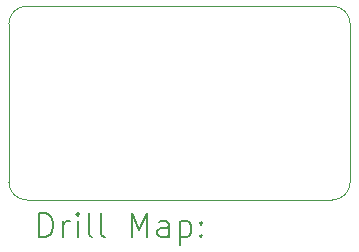
<source format=gbr>
%TF.GenerationSoftware,KiCad,Pcbnew,9.0.2*%
%TF.CreationDate,2025-07-13T18:07:34-04:00*%
%TF.ProjectId,new-pa-test-board,6e65772d-7061-42d7-9465-73742d626f61,rev?*%
%TF.SameCoordinates,Original*%
%TF.FileFunction,Drillmap*%
%TF.FilePolarity,Positive*%
%FSLAX45Y45*%
G04 Gerber Fmt 4.5, Leading zero omitted, Abs format (unit mm)*
G04 Created by KiCad (PCBNEW 9.0.2) date 2025-07-13 18:07:34*
%MOMM*%
%LPD*%
G01*
G04 APERTURE LIST*
%ADD10C,0.050000*%
%ADD11C,0.200000*%
G04 APERTURE END LIST*
D10*
X14210000Y-8010000D02*
G75*
G02*
X14360000Y-7860000I150000J0D01*
G01*
X14360000Y-9500000D02*
G75*
G02*
X14210000Y-9350000I0J150000D01*
G01*
X14360000Y-9500000D02*
X16950000Y-9500000D01*
X16950000Y-7860000D02*
X14360000Y-7860000D01*
X16950000Y-7860000D02*
G75*
G02*
X17100000Y-8010000I0J-150000D01*
G01*
X17100000Y-9350000D02*
G75*
G02*
X16950000Y-9500000I-150000J0D01*
G01*
X14210000Y-8010000D02*
X14210000Y-9350000D01*
X17100000Y-9350000D02*
X17100000Y-8010000D01*
D11*
X14468277Y-9813984D02*
X14468277Y-9613984D01*
X14468277Y-9613984D02*
X14515896Y-9613984D01*
X14515896Y-9613984D02*
X14544467Y-9623508D01*
X14544467Y-9623508D02*
X14563515Y-9642555D01*
X14563515Y-9642555D02*
X14573039Y-9661603D01*
X14573039Y-9661603D02*
X14582562Y-9699698D01*
X14582562Y-9699698D02*
X14582562Y-9728270D01*
X14582562Y-9728270D02*
X14573039Y-9766365D01*
X14573039Y-9766365D02*
X14563515Y-9785412D01*
X14563515Y-9785412D02*
X14544467Y-9804460D01*
X14544467Y-9804460D02*
X14515896Y-9813984D01*
X14515896Y-9813984D02*
X14468277Y-9813984D01*
X14668277Y-9813984D02*
X14668277Y-9680651D01*
X14668277Y-9718746D02*
X14677801Y-9699698D01*
X14677801Y-9699698D02*
X14687324Y-9690174D01*
X14687324Y-9690174D02*
X14706372Y-9680651D01*
X14706372Y-9680651D02*
X14725420Y-9680651D01*
X14792086Y-9813984D02*
X14792086Y-9680651D01*
X14792086Y-9613984D02*
X14782562Y-9623508D01*
X14782562Y-9623508D02*
X14792086Y-9633032D01*
X14792086Y-9633032D02*
X14801610Y-9623508D01*
X14801610Y-9623508D02*
X14792086Y-9613984D01*
X14792086Y-9613984D02*
X14792086Y-9633032D01*
X14915896Y-9813984D02*
X14896848Y-9804460D01*
X14896848Y-9804460D02*
X14887324Y-9785412D01*
X14887324Y-9785412D02*
X14887324Y-9613984D01*
X15020658Y-9813984D02*
X15001610Y-9804460D01*
X15001610Y-9804460D02*
X14992086Y-9785412D01*
X14992086Y-9785412D02*
X14992086Y-9613984D01*
X15249229Y-9813984D02*
X15249229Y-9613984D01*
X15249229Y-9613984D02*
X15315896Y-9756841D01*
X15315896Y-9756841D02*
X15382562Y-9613984D01*
X15382562Y-9613984D02*
X15382562Y-9813984D01*
X15563515Y-9813984D02*
X15563515Y-9709222D01*
X15563515Y-9709222D02*
X15553991Y-9690174D01*
X15553991Y-9690174D02*
X15534943Y-9680651D01*
X15534943Y-9680651D02*
X15496848Y-9680651D01*
X15496848Y-9680651D02*
X15477801Y-9690174D01*
X15563515Y-9804460D02*
X15544467Y-9813984D01*
X15544467Y-9813984D02*
X15496848Y-9813984D01*
X15496848Y-9813984D02*
X15477801Y-9804460D01*
X15477801Y-9804460D02*
X15468277Y-9785412D01*
X15468277Y-9785412D02*
X15468277Y-9766365D01*
X15468277Y-9766365D02*
X15477801Y-9747317D01*
X15477801Y-9747317D02*
X15496848Y-9737793D01*
X15496848Y-9737793D02*
X15544467Y-9737793D01*
X15544467Y-9737793D02*
X15563515Y-9728270D01*
X15658753Y-9680651D02*
X15658753Y-9880651D01*
X15658753Y-9690174D02*
X15677801Y-9680651D01*
X15677801Y-9680651D02*
X15715896Y-9680651D01*
X15715896Y-9680651D02*
X15734943Y-9690174D01*
X15734943Y-9690174D02*
X15744467Y-9699698D01*
X15744467Y-9699698D02*
X15753991Y-9718746D01*
X15753991Y-9718746D02*
X15753991Y-9775889D01*
X15753991Y-9775889D02*
X15744467Y-9794936D01*
X15744467Y-9794936D02*
X15734943Y-9804460D01*
X15734943Y-9804460D02*
X15715896Y-9813984D01*
X15715896Y-9813984D02*
X15677801Y-9813984D01*
X15677801Y-9813984D02*
X15658753Y-9804460D01*
X15839705Y-9794936D02*
X15849229Y-9804460D01*
X15849229Y-9804460D02*
X15839705Y-9813984D01*
X15839705Y-9813984D02*
X15830182Y-9804460D01*
X15830182Y-9804460D02*
X15839705Y-9794936D01*
X15839705Y-9794936D02*
X15839705Y-9813984D01*
X15839705Y-9690174D02*
X15849229Y-9699698D01*
X15849229Y-9699698D02*
X15839705Y-9709222D01*
X15839705Y-9709222D02*
X15830182Y-9699698D01*
X15830182Y-9699698D02*
X15839705Y-9690174D01*
X15839705Y-9690174D02*
X15839705Y-9709222D01*
M02*

</source>
